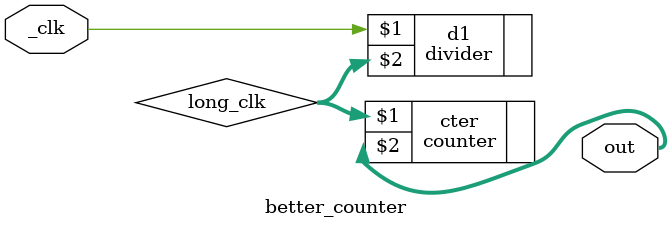
<source format=v>

module better_counter(
  _clk, out
);
input _clk;
output wire [2:0] out;

wire [7:0] long_clk;
divider d1(_clk, long_clk);
counter cter(long_clk, out);

endmodule // better_counter

</source>
